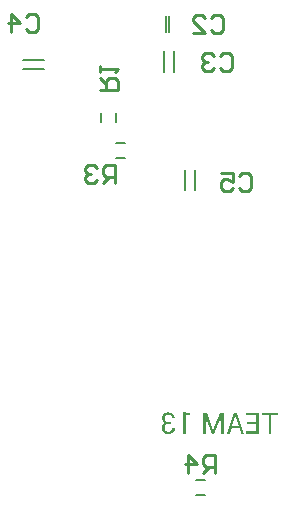
<source format=gbo>
G04 Layer_Color=32896*
%FSLAX44Y44*%
%MOMM*%
G71*
G01*
G75*
%ADD16C,0.2540*%
%ADD39C,0.1270*%
G36*
X524510Y113634D02*
X518741D01*
Y97790D01*
X516339D01*
Y113634D01*
X510482D01*
Y115537D01*
X524510D01*
Y113634D01*
D02*
G37*
G36*
X507963Y97790D02*
X497010D01*
Y99664D01*
X505562D01*
Y106019D01*
X498270D01*
Y107894D01*
X505562D01*
Y113634D01*
X497157D01*
Y115537D01*
X507963D01*
Y97790D01*
D02*
G37*
G36*
X495722D02*
X493262D01*
X491680Y102359D01*
X484974D01*
X483422Y97790D01*
X480961D01*
X487258Y115537D01*
X489308D01*
X495722Y97790D01*
D02*
G37*
G36*
X478384D02*
X475983D01*
Y111525D01*
X475895D01*
X470360Y97790D01*
X468690D01*
X463302Y111086D01*
X463243D01*
Y97790D01*
X460842D01*
Y115537D01*
X463829D01*
X469481Y101099D01*
X469569D01*
X475221Y115537D01*
X478384D01*
Y97790D01*
D02*
G37*
G36*
X450152Y115127D02*
Y113282D01*
X446287Y113312D01*
Y97790D01*
X443885D01*
Y115801D01*
X450152Y115127D01*
D02*
G37*
G36*
X431790Y115772D02*
X432229Y115742D01*
X433020Y115567D01*
X433723Y115362D01*
X434279Y115098D01*
X434543Y114952D01*
X434748Y114835D01*
X434953Y114688D01*
X435099Y114600D01*
X435216Y114512D01*
X435304Y114425D01*
X435363Y114395D01*
X435392Y114366D01*
X435656Y114102D01*
X435890Y113810D01*
X436095Y113546D01*
X436271Y113253D01*
X436534Y112667D01*
X436710Y112140D01*
X436827Y111672D01*
X436856Y111467D01*
Y111291D01*
X436886Y111174D01*
Y111057D01*
Y110998D01*
Y110969D01*
X436856Y110881D01*
X434572D01*
X434543Y111349D01*
X434426Y111760D01*
X434279Y112111D01*
X434104Y112433D01*
X433957Y112697D01*
X433811Y112872D01*
X433694Y112990D01*
X433664Y113019D01*
X433313Y113312D01*
X432932Y113517D01*
X432522Y113692D01*
X432171Y113780D01*
X431848Y113839D01*
X431585Y113897D01*
X431351D01*
X430853Y113868D01*
X430413Y113780D01*
X430062Y113634D01*
X429740Y113487D01*
X429506Y113341D01*
X429359Y113195D01*
X429242Y113107D01*
X429213Y113077D01*
X428978Y112755D01*
X428803Y112404D01*
X428656Y112023D01*
X428568Y111701D01*
X428510Y111379D01*
X428481Y111145D01*
Y110969D01*
Y110940D01*
Y110910D01*
X428510Y110412D01*
X428598Y109944D01*
X428686Y109563D01*
X428803Y109241D01*
X428949Y108977D01*
X429037Y108802D01*
X429125Y108685D01*
X429154Y108655D01*
X429447Y108392D01*
X429769Y108187D01*
X430150Y108069D01*
X430531Y107952D01*
X430853Y107894D01*
X431146Y107865D01*
X433401D01*
Y106019D01*
X431409D01*
X430823Y105990D01*
X430355Y105902D01*
X429916Y105756D01*
X429593Y105609D01*
X429330Y105434D01*
X429154Y105317D01*
X429037Y105199D01*
X429008Y105170D01*
X428744Y104819D01*
X428539Y104438D01*
X428422Y104028D01*
X428305Y103618D01*
X428246Y103266D01*
X428217Y102944D01*
Y102827D01*
Y102769D01*
Y102710D01*
Y102681D01*
X428246Y102154D01*
X428334Y101685D01*
X428481Y101275D01*
X428627Y100953D01*
X428803Y100660D01*
X428920Y100484D01*
X429037Y100338D01*
X429066Y100309D01*
X429388Y100016D01*
X429769Y99782D01*
X430150Y99635D01*
X430501Y99518D01*
X430853Y99459D01*
X431116Y99430D01*
X431292Y99401D01*
X431351D01*
X431878Y99430D01*
X432346Y99547D01*
X432786Y99694D01*
X433137Y99840D01*
X433401Y100016D01*
X433606Y100133D01*
X433723Y100250D01*
X433781Y100279D01*
X434074Y100631D01*
X434309Y100982D01*
X434455Y101363D01*
X434572Y101685D01*
X434631Y102007D01*
X434660Y102241D01*
X434689Y102388D01*
Y102446D01*
X437003D01*
X437032Y102388D01*
Y101978D01*
X436973Y101597D01*
X436886Y101246D01*
X436798Y100924D01*
X436534Y100309D01*
X436212Y99811D01*
X435919Y99401D01*
X435626Y99108D01*
X435509Y99020D01*
X435421Y98932D01*
X435392Y98903D01*
X435363Y98874D01*
X435041Y98639D01*
X434689Y98434D01*
X434016Y98112D01*
X433342Y97878D01*
X432698Y97731D01*
X432171Y97614D01*
X431936Y97585D01*
X431731D01*
X431585Y97556D01*
X431351D01*
X430911Y97585D01*
X430472Y97614D01*
X429681Y97761D01*
X429008Y97995D01*
X428422Y98229D01*
X428188Y98346D01*
X427983Y98464D01*
X427807Y98581D01*
X427631Y98698D01*
X427514Y98786D01*
X427426Y98844D01*
X427397Y98903D01*
X427368D01*
X427104Y99166D01*
X426841Y99459D01*
X426636Y99782D01*
X426460Y100074D01*
X426196Y100719D01*
X426021Y101334D01*
X425903Y101890D01*
X425874Y102124D01*
X425845Y102329D01*
X425816Y102505D01*
Y102622D01*
Y102710D01*
Y102739D01*
X425845Y103296D01*
X425933Y103794D01*
X426050Y104262D01*
X426167Y104643D01*
X426284Y104965D01*
X426401Y105170D01*
X426489Y105317D01*
X426518Y105375D01*
X426811Y105756D01*
X427133Y106078D01*
X427455Y106371D01*
X427778Y106576D01*
X428070Y106752D01*
X428334Y106898D01*
X428481Y106957D01*
X428510Y106986D01*
X428539D01*
X428129Y107220D01*
X427748Y107484D01*
X427455Y107747D01*
X427192Y108011D01*
X426987Y108245D01*
X426841Y108421D01*
X426753Y108538D01*
X426723Y108597D01*
X426518Y108977D01*
X426343Y109387D01*
X426226Y109768D01*
X426167Y110119D01*
X426108Y110412D01*
X426079Y110647D01*
Y110793D01*
Y110852D01*
X426108Y111291D01*
X426138Y111701D01*
X426284Y112462D01*
X426518Y113077D01*
X426782Y113604D01*
X427046Y114015D01*
X427251Y114307D01*
X427426Y114483D01*
X427455Y114542D01*
X427485D01*
X427748Y114776D01*
X428041Y114952D01*
X428686Y115274D01*
X429330Y115508D01*
X429945Y115655D01*
X430501Y115742D01*
X430736Y115772D01*
X430941D01*
X431116Y115801D01*
X431351D01*
X431790Y115772D01*
D02*
G37*
%LPC*%
G36*
X488341Y111994D02*
X488254D01*
X485676Y104350D01*
X490977D01*
X488341Y111994D01*
D02*
G37*
%LPD*%
D16*
X471170Y64770D02*
Y80005D01*
X463553D01*
X461013Y77466D01*
Y72387D01*
X463553Y69848D01*
X471170D01*
X466092D02*
X461013Y64770D01*
X448317D02*
Y80005D01*
X455935Y72387D01*
X445778D01*
X386080Y309880D02*
Y325115D01*
X378462D01*
X375923Y322576D01*
Y317498D01*
X378462Y314958D01*
X386080D01*
X381002D02*
X375923Y309880D01*
X370845Y322576D02*
X368306Y325115D01*
X363227D01*
X360688Y322576D01*
Y320037D01*
X363227Y317498D01*
X365767D01*
X363227D01*
X360688Y314958D01*
Y312419D01*
X363227Y309880D01*
X368306D01*
X370845Y312419D01*
X373380Y388620D02*
X388615D01*
Y396237D01*
X386076Y398777D01*
X380998D01*
X378458Y396237D01*
Y388620D01*
Y393698D02*
X373380Y398777D01*
Y403855D02*
Y408933D01*
Y406394D01*
X388615D01*
X386076Y403855D01*
X491493Y316226D02*
X494033Y318765D01*
X499111D01*
X501650Y316226D01*
Y306069D01*
X499111Y303530D01*
X494033D01*
X491493Y306069D01*
X476258Y318765D02*
X486415D01*
Y311147D01*
X481337Y313687D01*
X478797D01*
X476258Y311147D01*
Y306069D01*
X478797Y303530D01*
X483876D01*
X486415Y306069D01*
X311153Y450846D02*
X313692Y453385D01*
X318771D01*
X321310Y450846D01*
Y440689D01*
X318771Y438150D01*
X313692D01*
X311153Y440689D01*
X298457Y438150D02*
Y453385D01*
X306075Y445768D01*
X295918D01*
X474983Y417826D02*
X477523Y420365D01*
X482601D01*
X485140Y417826D01*
Y407669D01*
X482601Y405130D01*
X477523D01*
X474983Y407669D01*
X469905Y417826D02*
X467366Y420365D01*
X462287D01*
X459748Y417826D01*
Y415287D01*
X462287Y412747D01*
X464827D01*
X462287D01*
X459748Y410208D01*
Y407669D01*
X462287Y405130D01*
X467366D01*
X469905Y407669D01*
X467363Y449576D02*
X469902Y452115D01*
X474981D01*
X477520Y449576D01*
Y439419D01*
X474981Y436880D01*
X469902D01*
X467363Y439419D01*
X452128Y436880D02*
X462285D01*
X452128Y447037D01*
Y449576D01*
X454667Y452115D01*
X459746D01*
X462285Y449576D01*
D39*
X374650Y361950D02*
Y369570D01*
X387350Y361950D02*
Y369570D01*
X445580Y303658D02*
Y321182D01*
X453580Y303658D02*
Y321182D01*
X454660Y45720D02*
X462280D01*
X454660Y58420D02*
X462280D01*
X387350Y331470D02*
X394970D01*
X387350Y344170D02*
X394970D01*
X432026Y437988D02*
Y451012D01*
X429034Y437988D02*
Y451012D01*
X427800Y403988D02*
Y421512D01*
X435800Y403988D02*
Y421512D01*
X308738Y406210D02*
X326262D01*
X308738Y414210D02*
X326262D01*
M02*

</source>
